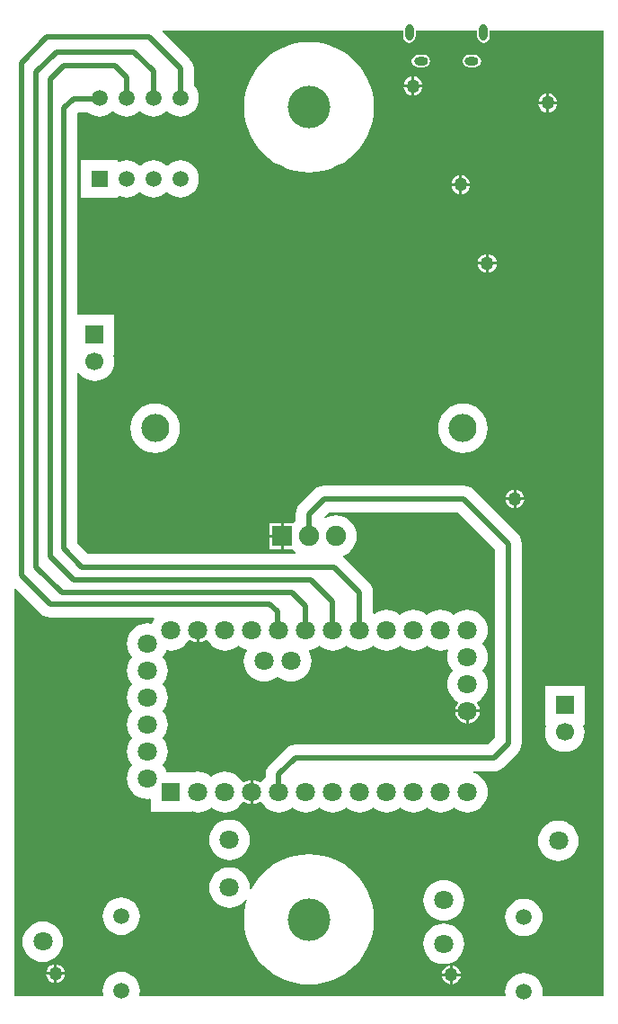
<source format=gbl>
G04*
G04 #@! TF.GenerationSoftware,Altium Limited,Altium Designer,20.0.10 (225)*
G04*
G04 Layer_Physical_Order=2*
G04 Layer_Color=16711680*
%FSLAX25Y25*%
%MOIN*%
G70*
G01*
G75*
%ADD23C,0.05906*%
%ADD54C,0.01968*%
%ADD56C,0.07087*%
%ADD57C,0.15748*%
%ADD58R,0.07500X0.07500*%
%ADD59C,0.07500*%
%ADD60C,0.10400*%
%ADD61R,0.06693X0.06693*%
%ADD62C,0.06693*%
%ADD63R,0.07087X0.07087*%
%ADD64O,0.03051X0.06102*%
%ADD65O,0.05118X0.03150*%
%ADD66R,0.05906X0.05906*%
%ADD67C,0.05000*%
G36*
X323383Y104964D02*
X301009D01*
X300700Y105464D01*
X300821Y106693D01*
X300688Y108044D01*
X300294Y109342D01*
X299654Y110539D01*
X298793Y111588D01*
X297744Y112449D01*
X296547Y113089D01*
X295248Y113483D01*
X293898Y113616D01*
X292547Y113483D01*
X291248Y113089D01*
X290051Y112449D01*
X289002Y111588D01*
X288141Y110539D01*
X287502Y109342D01*
X287108Y108044D01*
X286975Y106693D01*
X287096Y105464D01*
X286786Y104964D01*
X151464D01*
X151166Y105365D01*
X151278Y105736D01*
X151411Y107087D01*
X151278Y108437D01*
X150884Y109736D01*
X150244Y110933D01*
X149383Y111982D01*
X148334Y112843D01*
X147137Y113483D01*
X145839Y113877D01*
X144488Y114010D01*
X143138Y113877D01*
X141839Y113483D01*
X140642Y112843D01*
X139593Y111982D01*
X138732Y110933D01*
X138092Y109736D01*
X137698Y108437D01*
X137565Y107087D01*
X137698Y105736D01*
X137811Y105365D01*
X137513Y104964D01*
X104964D01*
Y255867D01*
X105426Y256059D01*
X114600Y246884D01*
X115628Y246095D01*
X116825Y245599D01*
X118110Y245430D01*
X156605D01*
X156819Y244978D01*
X156742Y244885D01*
X156048Y243585D01*
X155873Y243010D01*
X155640Y243081D01*
X154173Y243225D01*
X152707Y243081D01*
X151297Y242653D01*
X149997Y241958D01*
X148858Y241024D01*
X147924Y239885D01*
X147229Y238585D01*
X146801Y237175D01*
X146657Y235709D01*
X146801Y234242D01*
X147229Y232832D01*
X147924Y231533D01*
X148600Y230709D01*
X147924Y229885D01*
X147229Y228585D01*
X146801Y227175D01*
X146657Y225709D01*
X146801Y224242D01*
X147229Y222832D01*
X147924Y221533D01*
X148600Y220709D01*
X147924Y219885D01*
X147229Y218585D01*
X146801Y217175D01*
X146657Y215709D01*
X146801Y214242D01*
X147229Y212832D01*
X147924Y211533D01*
X148600Y210709D01*
X147924Y209885D01*
X147229Y208585D01*
X146801Y207175D01*
X146657Y205709D01*
X146801Y204242D01*
X147229Y202832D01*
X147924Y201533D01*
X148600Y200709D01*
X147924Y199885D01*
X147229Y198585D01*
X146801Y197175D01*
X146657Y195709D01*
X146801Y194242D01*
X147229Y192832D01*
X147924Y191533D01*
X148600Y190709D01*
X147924Y189885D01*
X147229Y188585D01*
X146801Y187175D01*
X146657Y185709D01*
X146801Y184242D01*
X147229Y182832D01*
X147924Y181533D01*
X148858Y180394D01*
X149997Y179459D01*
X151297Y178764D01*
X152707Y178337D01*
X154173Y178192D01*
X155141Y178287D01*
X155512Y177952D01*
Y173228D01*
X170472D01*
Y173236D01*
X170874Y173534D01*
X171526Y173337D01*
X172992Y173192D01*
X174459Y173337D01*
X175869Y173764D01*
X177168Y174459D01*
X177992Y175135D01*
X178816Y174459D01*
X180116Y173764D01*
X181526Y173337D01*
X182992Y173192D01*
X184458Y173337D01*
X185869Y173764D01*
X187168Y174459D01*
X188307Y175394D01*
X189242Y176533D01*
X189506Y177027D01*
X190147Y177165D01*
X190701Y176740D01*
X191806Y176282D01*
X192492Y176192D01*
Y180709D01*
Y185225D01*
X191806Y185135D01*
X190701Y184677D01*
X190147Y184252D01*
X189506Y184391D01*
X189242Y184885D01*
X188307Y186024D01*
X187168Y186958D01*
X185869Y187653D01*
X184458Y188081D01*
X182992Y188225D01*
X181526Y188081D01*
X180116Y187653D01*
X178816Y186958D01*
X177992Y186282D01*
X177168Y186958D01*
X175869Y187653D01*
X174459Y188081D01*
X172992Y188225D01*
X171526Y188081D01*
X170874Y187883D01*
X170472Y188181D01*
Y188189D01*
X161238D01*
X161118Y188585D01*
X160423Y189885D01*
X159747Y190709D01*
X160423Y191533D01*
X161118Y192832D01*
X161545Y194242D01*
X161690Y195709D01*
X161545Y197175D01*
X161118Y198585D01*
X160423Y199885D01*
X159747Y200709D01*
X160423Y201533D01*
X161118Y202832D01*
X161545Y204242D01*
X161690Y205709D01*
X161545Y207175D01*
X161118Y208585D01*
X160423Y209885D01*
X159747Y210709D01*
X160423Y211533D01*
X161118Y212832D01*
X161545Y214242D01*
X161690Y215709D01*
X161545Y217175D01*
X161118Y218585D01*
X160423Y219885D01*
X159747Y220709D01*
X160423Y221533D01*
X161118Y222832D01*
X161545Y224242D01*
X161690Y225709D01*
X161545Y227175D01*
X161118Y228585D01*
X160423Y229885D01*
X159747Y230709D01*
X160423Y231533D01*
X161118Y232832D01*
X161292Y233407D01*
X161526Y233337D01*
X162992Y233192D01*
X164459Y233337D01*
X165869Y233764D01*
X167168Y234459D01*
X168307Y235394D01*
X169242Y236533D01*
X169506Y237027D01*
X170147Y237165D01*
X170701Y236740D01*
X171806Y236282D01*
X172492Y236192D01*
Y240709D01*
X173492D01*
Y236192D01*
X174178Y236282D01*
X175283Y236740D01*
X175837Y237165D01*
X176478Y237027D01*
X176742Y236533D01*
X177677Y235394D01*
X178816Y234459D01*
X180116Y233764D01*
X181526Y233337D01*
X182992Y233192D01*
X184458Y233337D01*
X185869Y233764D01*
X187168Y234459D01*
X187992Y235135D01*
X188816Y234459D01*
X190116Y233764D01*
X190772Y233565D01*
X191019Y232968D01*
X190548Y232085D01*
X190120Y230675D01*
X189976Y229209D01*
X190120Y227742D01*
X190548Y226332D01*
X191242Y225033D01*
X192177Y223894D01*
X193316Y222959D01*
X194616Y222264D01*
X196026Y221837D01*
X197492Y221692D01*
X198959Y221837D01*
X200369Y222264D01*
X201668Y222959D01*
X202492Y223635D01*
X203316Y222959D01*
X204616Y222264D01*
X206026Y221837D01*
X207492Y221692D01*
X208959Y221837D01*
X210369Y222264D01*
X211668Y222959D01*
X212807Y223894D01*
X213742Y225033D01*
X214437Y226332D01*
X214864Y227742D01*
X215009Y229209D01*
X214864Y230675D01*
X214437Y232085D01*
X214014Y232875D01*
X214250Y233316D01*
X214458Y233337D01*
X215869Y233764D01*
X217168Y234459D01*
X217992Y235135D01*
X218816Y234459D01*
X220116Y233764D01*
X221526Y233337D01*
X222992Y233192D01*
X224459Y233337D01*
X225869Y233764D01*
X227168Y234459D01*
X227992Y235135D01*
X228816Y234459D01*
X230116Y233764D01*
X231526Y233337D01*
X232992Y233192D01*
X234458Y233337D01*
X235869Y233764D01*
X237168Y234459D01*
X237992Y235135D01*
X238816Y234459D01*
X240116Y233764D01*
X241526Y233337D01*
X242992Y233192D01*
X244459Y233337D01*
X245869Y233764D01*
X247168Y234459D01*
X247992Y235135D01*
X248816Y234459D01*
X250116Y233764D01*
X251526Y233337D01*
X252992Y233192D01*
X254458Y233337D01*
X255869Y233764D01*
X257168Y234459D01*
X257992Y235135D01*
X258816Y234459D01*
X260116Y233764D01*
X261526Y233337D01*
X262992Y233192D01*
X264458Y233337D01*
X265550Y233668D01*
X265951Y233267D01*
X265620Y232175D01*
X265476Y230709D01*
X265620Y229242D01*
X266048Y227832D01*
X266742Y226533D01*
X267419Y225709D01*
X266742Y224885D01*
X266048Y223585D01*
X265620Y222175D01*
X265476Y220709D01*
X265620Y219242D01*
X266048Y217832D01*
X266742Y216533D01*
X267677Y215394D01*
X268816Y214459D01*
X269310Y214195D01*
X269449Y213554D01*
X269024Y213000D01*
X268566Y211895D01*
X268476Y211209D01*
X272992D01*
X277509D01*
X277418Y211895D01*
X276961Y213000D01*
X276536Y213554D01*
X276674Y214195D01*
X277168Y214459D01*
X278307Y215394D01*
X279242Y216533D01*
X279937Y217832D01*
X280364Y219242D01*
X280509Y220709D01*
X280364Y222175D01*
X279937Y223585D01*
X279242Y224885D01*
X278566Y225709D01*
X279242Y226533D01*
X279937Y227832D01*
X280364Y229242D01*
X280509Y230709D01*
X280364Y232175D01*
X279937Y233585D01*
X279242Y234885D01*
X278566Y235709D01*
X279242Y236533D01*
X279937Y237832D01*
X280364Y239242D01*
X280509Y240709D01*
X280364Y242175D01*
X279937Y243585D01*
X279242Y244885D01*
X278307Y246024D01*
X277168Y246958D01*
X275869Y247653D01*
X274459Y248081D01*
X272992Y248225D01*
X271526Y248081D01*
X270116Y247653D01*
X268816Y246958D01*
X267992Y246282D01*
X267168Y246958D01*
X265869Y247653D01*
X264458Y248081D01*
X262992Y248225D01*
X261526Y248081D01*
X260116Y247653D01*
X258816Y246958D01*
X257992Y246282D01*
X257168Y246958D01*
X255869Y247653D01*
X254458Y248081D01*
X252992Y248225D01*
X251526Y248081D01*
X250116Y247653D01*
X248816Y246958D01*
X247992Y246282D01*
X247168Y246958D01*
X245869Y247653D01*
X244459Y248081D01*
X242992Y248225D01*
X241526Y248081D01*
X240116Y247653D01*
X238816Y246958D01*
X238456Y246663D01*
X237956Y246899D01*
Y254803D01*
X237787Y256088D01*
X237291Y257285D01*
X236502Y258313D01*
X227132Y267683D01*
X226845Y267903D01*
X226934Y268395D01*
X227129Y268454D01*
X228465Y269168D01*
X229635Y270129D01*
X230596Y271299D01*
X231310Y272635D01*
X231749Y274084D01*
X231897Y275590D01*
X231749Y277098D01*
X231310Y278547D01*
X230596Y279882D01*
X229635Y281052D01*
X228465Y282013D01*
X227129Y282727D01*
X225680Y283166D01*
X224173Y283315D01*
X222666Y283166D01*
X221217Y282727D01*
X220253Y282211D01*
X219952Y282617D01*
X221741Y284406D01*
X269598D01*
X283225Y270779D01*
Y200875D01*
X280621Y198271D01*
X209055D01*
X207770Y198102D01*
X206573Y197606D01*
X205545Y196817D01*
X199482Y190754D01*
X198693Y189726D01*
X198197Y188529D01*
X198028Y187244D01*
Y186312D01*
X197677Y186024D01*
X196742Y184885D01*
X196478Y184391D01*
X195837Y184252D01*
X195283Y184677D01*
X194178Y185135D01*
X193492Y185225D01*
Y180709D01*
Y176192D01*
X194178Y176282D01*
X195283Y176740D01*
X195837Y177165D01*
X196478Y177027D01*
X196742Y176533D01*
X197677Y175394D01*
X198816Y174459D01*
X200116Y173764D01*
X201526Y173337D01*
X202992Y173192D01*
X204458Y173337D01*
X205869Y173764D01*
X207168Y174459D01*
X207992Y175135D01*
X208816Y174459D01*
X210116Y173764D01*
X211526Y173337D01*
X212992Y173192D01*
X214458Y173337D01*
X215869Y173764D01*
X217168Y174459D01*
X217992Y175135D01*
X218816Y174459D01*
X220116Y173764D01*
X221526Y173337D01*
X222992Y173192D01*
X224459Y173337D01*
X225869Y173764D01*
X227168Y174459D01*
X227992Y175135D01*
X228816Y174459D01*
X230116Y173764D01*
X231526Y173337D01*
X232992Y173192D01*
X234458Y173337D01*
X235869Y173764D01*
X237168Y174459D01*
X237992Y175135D01*
X238816Y174459D01*
X240116Y173764D01*
X241526Y173337D01*
X242992Y173192D01*
X244459Y173337D01*
X245869Y173764D01*
X247168Y174459D01*
X247992Y175135D01*
X248816Y174459D01*
X250116Y173764D01*
X251526Y173337D01*
X252992Y173192D01*
X254458Y173337D01*
X255869Y173764D01*
X257168Y174459D01*
X257992Y175135D01*
X258816Y174459D01*
X260116Y173764D01*
X261526Y173337D01*
X262992Y173192D01*
X264458Y173337D01*
X265869Y173764D01*
X267168Y174459D01*
X267992Y175135D01*
X268816Y174459D01*
X270116Y173764D01*
X271526Y173337D01*
X272992Y173192D01*
X274459Y173337D01*
X275869Y173764D01*
X277168Y174459D01*
X278307Y175394D01*
X279242Y176533D01*
X279937Y177832D01*
X280364Y179242D01*
X280509Y180709D01*
X280364Y182175D01*
X279937Y183585D01*
X279242Y184885D01*
X278307Y186024D01*
X277168Y186958D01*
X275869Y187653D01*
X275241Y187843D01*
X275315Y188343D01*
X282677D01*
X283962Y188513D01*
X285159Y189008D01*
X286187Y189797D01*
X291699Y195309D01*
X292488Y196337D01*
X292984Y197534D01*
X293153Y198819D01*
Y272835D01*
X292984Y274119D01*
X292488Y275317D01*
X291699Y276344D01*
X275163Y292880D01*
X274135Y293669D01*
X272938Y294165D01*
X271654Y294334D01*
X219685D01*
X218400Y294165D01*
X217203Y293669D01*
X216175Y292880D01*
X210663Y287368D01*
X209875Y286340D01*
X209379Y285143D01*
X209209Y283858D01*
Y281461D01*
X208711Y281052D01*
X208127Y280341D01*
X204673D01*
Y275590D01*
Y270841D01*
X208127D01*
X208711Y270129D01*
X209311Y269637D01*
X209132Y269137D01*
X131977D01*
X128192Y272922D01*
Y335988D01*
X128692Y336167D01*
X129471Y335219D01*
X130580Y334308D01*
X131845Y333632D01*
X133218Y333216D01*
X134646Y333075D01*
X136074Y333216D01*
X137446Y333632D01*
X138712Y334308D01*
X139821Y335219D01*
X140731Y336328D01*
X141407Y337593D01*
X141824Y338966D01*
X141964Y340394D01*
X141824Y341822D01*
X141555Y342709D01*
X141852Y343110D01*
X141929D01*
Y357677D01*
X128192D01*
Y432196D01*
X128828Y432832D01*
X131854D01*
X132532Y432275D01*
X133729Y431635D01*
X135027Y431241D01*
X136378Y431108D01*
X137729Y431241D01*
X139027Y431635D01*
X140224Y432275D01*
X141012Y432922D01*
X141378Y433088D01*
X141744Y432922D01*
X142532Y432275D01*
X143729Y431635D01*
X145027Y431241D01*
X146378Y431108D01*
X147729Y431241D01*
X149027Y431635D01*
X150224Y432275D01*
X151012Y432922D01*
X151378Y433088D01*
X151744Y432922D01*
X152532Y432275D01*
X153729Y431635D01*
X155027Y431241D01*
X156378Y431108D01*
X157729Y431241D01*
X159027Y431635D01*
X160224Y432275D01*
X161012Y432922D01*
X161378Y433088D01*
X161744Y432922D01*
X162532Y432275D01*
X163729Y431635D01*
X165027Y431241D01*
X166378Y431108D01*
X167729Y431241D01*
X169027Y431635D01*
X170224Y432275D01*
X171273Y433136D01*
X172134Y434185D01*
X172774Y435382D01*
X173168Y436681D01*
X173301Y438031D01*
X173168Y439382D01*
X172774Y440681D01*
X172134Y441878D01*
X171342Y442843D01*
Y448976D01*
X171173Y450261D01*
X170677Y451458D01*
X169888Y452486D01*
X159689Y462685D01*
X159881Y463146D01*
X249007D01*
Y460876D01*
X249187Y459969D01*
X249701Y459199D01*
X250471Y458685D01*
X251378Y458505D01*
X252285Y458685D01*
X253055Y459199D01*
X253569Y459969D01*
X253749Y460876D01*
Y463146D01*
X276566D01*
Y460876D01*
X276746Y459969D01*
X277260Y459199D01*
X278030Y458685D01*
X278937Y458505D01*
X279844Y458685D01*
X280614Y459199D01*
X281128Y459969D01*
X281308Y460876D01*
Y463146D01*
X323383D01*
X323383Y104964D01*
D02*
G37*
%LPC*%
G36*
X275591Y454193D02*
X273622D01*
X272695Y454009D01*
X271910Y453484D01*
X271385Y452698D01*
X271201Y451772D01*
X271385Y450845D01*
X271910Y450060D01*
X272695Y449535D01*
X273622Y449350D01*
X275591D01*
X276517Y449535D01*
X277303Y450060D01*
X277828Y450845D01*
X278012Y451772D01*
X277828Y452698D01*
X277303Y453484D01*
X276517Y454009D01*
X275591Y454193D01*
D02*
G37*
G36*
X256693D02*
X254724D01*
X253798Y454009D01*
X253012Y453484D01*
X252487Y452698D01*
X252303Y451772D01*
X252487Y450845D01*
X253012Y450060D01*
X253798Y449535D01*
X254724Y449350D01*
X256693D01*
X257620Y449535D01*
X258405Y450060D01*
X258930Y450845D01*
X259114Y451772D01*
X258930Y452698D01*
X258405Y453484D01*
X257620Y454009D01*
X256693Y454193D01*
D02*
G37*
G36*
X253256Y445984D02*
Y443020D01*
X256220D01*
X256166Y443433D01*
X255813Y444285D01*
X255252Y445016D01*
X254521Y445577D01*
X253670Y445930D01*
X253256Y445984D01*
D02*
G37*
G36*
X252256D02*
X251842Y445930D01*
X250991Y445577D01*
X250260Y445016D01*
X249699Y444285D01*
X249346Y443433D01*
X249291Y443020D01*
X252256D01*
Y445984D01*
D02*
G37*
G36*
X256220Y442020D02*
X253256D01*
Y439055D01*
X253670Y439110D01*
X254521Y439462D01*
X255252Y440024D01*
X255813Y440755D01*
X256166Y441606D01*
X256220Y442020D01*
D02*
G37*
G36*
X252256D02*
X249291D01*
X249346Y441606D01*
X249699Y440755D01*
X250260Y440024D01*
X250991Y439462D01*
X251842Y439110D01*
X252256Y439055D01*
Y442020D01*
D02*
G37*
G36*
X303256Y439685D02*
Y436721D01*
X306220D01*
X306166Y437134D01*
X305813Y437986D01*
X305252Y438717D01*
X304521Y439278D01*
X303670Y439630D01*
X303256Y439685D01*
D02*
G37*
G36*
X302256D02*
X301842Y439630D01*
X300991Y439278D01*
X300260Y438717D01*
X299699Y437986D01*
X299346Y437134D01*
X299291Y436721D01*
X302256D01*
Y439685D01*
D02*
G37*
G36*
X306220Y435720D02*
X303256D01*
Y432756D01*
X303670Y432811D01*
X304521Y433163D01*
X305252Y433724D01*
X305813Y434455D01*
X306166Y435307D01*
X306220Y435720D01*
D02*
G37*
G36*
X302256D02*
X299291D01*
X299346Y435307D01*
X299699Y434455D01*
X300260Y433724D01*
X300991Y433163D01*
X301842Y432811D01*
X302256Y432756D01*
Y435720D01*
D02*
G37*
G36*
X166378Y414955D02*
X165027Y414822D01*
X163729Y414428D01*
X162532Y413788D01*
X161744Y413141D01*
X161378Y412975D01*
X161012Y413141D01*
X160224Y413788D01*
X159027Y414428D01*
X157729Y414822D01*
X156378Y414955D01*
X155027Y414822D01*
X153729Y414428D01*
X152532Y413788D01*
X151744Y413141D01*
X151378Y412975D01*
X151012Y413141D01*
X150224Y413788D01*
X149027Y414428D01*
X147729Y414822D01*
X146378Y414955D01*
X145027Y414822D01*
X143768Y414439D01*
X143639Y414445D01*
X143268Y414668D01*
Y414921D01*
X129488D01*
Y401142D01*
X143268D01*
Y401396D01*
X143639Y401618D01*
X143768Y401623D01*
X145027Y401241D01*
X146378Y401108D01*
X147729Y401241D01*
X149027Y401635D01*
X150224Y402275D01*
X151012Y402922D01*
X151378Y403088D01*
X151744Y402922D01*
X152532Y402275D01*
X153729Y401635D01*
X155027Y401241D01*
X156378Y401108D01*
X157729Y401241D01*
X159027Y401635D01*
X160224Y402275D01*
X161012Y402922D01*
X161378Y403088D01*
X161744Y402922D01*
X162532Y402275D01*
X163729Y401635D01*
X165027Y401241D01*
X166378Y401108D01*
X167729Y401241D01*
X169027Y401635D01*
X170224Y402275D01*
X171273Y403136D01*
X172134Y404185D01*
X172774Y405382D01*
X173168Y406681D01*
X173301Y408032D01*
X173168Y409382D01*
X172774Y410681D01*
X172134Y411878D01*
X171273Y412927D01*
X170224Y413788D01*
X169027Y414428D01*
X167729Y414822D01*
X166378Y414955D01*
D02*
G37*
G36*
X214173Y458806D02*
X211468Y458654D01*
X208797Y458200D01*
X206194Y457450D01*
X203691Y456413D01*
X201319Y455103D01*
X199110Y453535D01*
X197090Y451729D01*
X195284Y449709D01*
X193716Y447500D01*
X192406Y445128D01*
X191369Y442625D01*
X190619Y440022D01*
X190165Y437351D01*
X190013Y434646D01*
X190165Y431941D01*
X190619Y429270D01*
X191369Y426666D01*
X192406Y424163D01*
X193716Y421792D01*
X195284Y419582D01*
X197090Y417562D01*
X199110Y415757D01*
X201319Y414189D01*
X203691Y412878D01*
X206194Y411841D01*
X208797Y411091D01*
X211468Y410638D01*
X214173Y410486D01*
X216878Y410638D01*
X219549Y411091D01*
X222153Y411841D01*
X224656Y412878D01*
X227027Y414189D01*
X229237Y415757D01*
X231257Y417562D01*
X233062Y419582D01*
X234630Y421792D01*
X235941Y424163D01*
X236978Y426666D01*
X237727Y429270D01*
X238181Y431941D01*
X238333Y434646D01*
X238181Y437351D01*
X237727Y440022D01*
X236978Y442625D01*
X235941Y445128D01*
X234630Y447500D01*
X233062Y449709D01*
X231257Y451729D01*
X229237Y453535D01*
X227027Y455103D01*
X224656Y456413D01*
X222153Y457450D01*
X219549Y458200D01*
X216878Y458654D01*
X214173Y458806D01*
D02*
G37*
G36*
X270972Y409370D02*
Y406405D01*
X273937D01*
X273882Y406819D01*
X273530Y407671D01*
X272969Y408402D01*
X272237Y408963D01*
X271386Y409315D01*
X270972Y409370D01*
D02*
G37*
G36*
X269972D02*
X269559Y409315D01*
X268707Y408963D01*
X267976Y408402D01*
X267415Y407671D01*
X267062Y406819D01*
X267008Y406405D01*
X269972D01*
Y409370D01*
D02*
G37*
G36*
X273937Y405406D02*
X270972D01*
Y402441D01*
X271386Y402496D01*
X272237Y402848D01*
X272969Y403409D01*
X273530Y404140D01*
X273882Y404992D01*
X273937Y405406D01*
D02*
G37*
G36*
X269972D02*
X267008D01*
X267062Y404992D01*
X267415Y404140D01*
X267976Y403409D01*
X268707Y402848D01*
X269559Y402496D01*
X269972Y402441D01*
Y405406D01*
D02*
G37*
G36*
X280815Y380236D02*
Y377272D01*
X283779D01*
X283725Y377685D01*
X283372Y378537D01*
X282811Y379268D01*
X282080Y379829D01*
X281229Y380182D01*
X280815Y380236D01*
D02*
G37*
G36*
X279815D02*
X279401Y380182D01*
X278550Y379829D01*
X277819Y379268D01*
X277258Y378537D01*
X276905Y377685D01*
X276851Y377272D01*
X279815D01*
Y380236D01*
D02*
G37*
G36*
X283779Y376272D02*
X280815D01*
Y373307D01*
X281229Y373362D01*
X282080Y373714D01*
X282811Y374275D01*
X283372Y375007D01*
X283725Y375858D01*
X283779Y376272D01*
D02*
G37*
G36*
X279815D02*
X276851D01*
X276905Y375858D01*
X277258Y375007D01*
X277819Y374275D01*
X278550Y373714D01*
X279401Y373362D01*
X279815Y373307D01*
Y376272D01*
D02*
G37*
G36*
X271263Y324772D02*
X269472Y324595D01*
X267750Y324073D01*
X266162Y323224D01*
X264771Y322083D01*
X263629Y320691D01*
X262781Y319104D01*
X262258Y317382D01*
X262082Y315591D01*
X262258Y313799D01*
X262781Y312077D01*
X263629Y310490D01*
X264771Y309099D01*
X266162Y307957D01*
X267750Y307108D01*
X269472Y306586D01*
X271263Y306409D01*
X273054Y306586D01*
X274777Y307108D01*
X276364Y307957D01*
X277755Y309099D01*
X278897Y310490D01*
X279746Y312077D01*
X280268Y313799D01*
X280444Y315591D01*
X280268Y317382D01*
X279746Y319104D01*
X278897Y320691D01*
X277755Y322083D01*
X276364Y323224D01*
X274777Y324073D01*
X273054Y324595D01*
X271263Y324772D01*
D02*
G37*
G36*
X157083D02*
X155292Y324595D01*
X153570Y324073D01*
X151982Y323224D01*
X150591Y322083D01*
X149449Y320691D01*
X148601Y319104D01*
X148078Y317382D01*
X147902Y315591D01*
X148078Y313799D01*
X148601Y312077D01*
X149449Y310490D01*
X150591Y309099D01*
X151982Y307957D01*
X153570Y307108D01*
X155292Y306586D01*
X157083Y306409D01*
X158874Y306586D01*
X160597Y307108D01*
X162184Y307957D01*
X163575Y309099D01*
X164717Y310490D01*
X165566Y312077D01*
X166088Y313799D01*
X166264Y315591D01*
X166088Y317382D01*
X165566Y319104D01*
X164717Y320691D01*
X163575Y322083D01*
X162184Y323224D01*
X160597Y324073D01*
X158874Y324595D01*
X157083Y324772D01*
D02*
G37*
G36*
X291051Y292834D02*
Y289870D01*
X294016D01*
X293961Y290284D01*
X293608Y291135D01*
X293047Y291866D01*
X292316Y292427D01*
X291465Y292780D01*
X291051Y292834D01*
D02*
G37*
G36*
X290051D02*
X289637Y292780D01*
X288786Y292427D01*
X288055Y291866D01*
X287494Y291135D01*
X287141Y290284D01*
X287087Y289870D01*
X290051D01*
Y292834D01*
D02*
G37*
G36*
X294016Y288870D02*
X291051D01*
Y285906D01*
X291465Y285960D01*
X292316Y286313D01*
X293047Y286874D01*
X293608Y287605D01*
X293961Y288456D01*
X294016Y288870D01*
D02*
G37*
G36*
X290051D02*
X287087D01*
X287141Y288456D01*
X287494Y287605D01*
X288055Y286874D01*
X288786Y286313D01*
X289637Y285960D01*
X290051Y285906D01*
Y288870D01*
D02*
G37*
G36*
X203673Y280341D02*
X199423D01*
Y276091D01*
X203673D01*
Y280341D01*
D02*
G37*
G36*
Y275091D02*
X199423D01*
Y270841D01*
X203673D01*
Y275091D01*
D02*
G37*
G36*
X272492Y210209D02*
X268476D01*
X268566Y209523D01*
X269024Y208417D01*
X269752Y207468D01*
X270701Y206740D01*
X271806Y206282D01*
X272492Y206192D01*
Y210209D01*
D02*
G37*
G36*
X277509D02*
X273492D01*
Y206192D01*
X274178Y206282D01*
X275283Y206740D01*
X276233Y207468D01*
X276961Y208417D01*
X277418Y209523D01*
X277509Y210209D01*
D02*
G37*
G36*
X316339Y220158D02*
X301772D01*
Y205591D01*
X301848D01*
X302146Y205189D01*
X301877Y204302D01*
X301736Y202874D01*
X301877Y201446D01*
X302293Y200073D01*
X302970Y198808D01*
X303880Y197699D01*
X304989Y196789D01*
X306254Y196112D01*
X307627Y195696D01*
X309055Y195555D01*
X310483Y195696D01*
X311856Y196112D01*
X313121Y196789D01*
X314230Y197699D01*
X315140Y198808D01*
X315817Y200073D01*
X316233Y201446D01*
X316374Y202874D01*
X316233Y204302D01*
X315964Y205189D01*
X316262Y205591D01*
X316339D01*
Y220158D01*
D02*
G37*
G36*
X184646Y170509D02*
X183179Y170364D01*
X181769Y169937D01*
X180470Y169242D01*
X179331Y168307D01*
X178396Y167168D01*
X177701Y165869D01*
X177274Y164459D01*
X177129Y162992D01*
X177274Y161526D01*
X177701Y160116D01*
X178396Y158816D01*
X179331Y157677D01*
X180470Y156742D01*
X181769Y156048D01*
X183179Y155620D01*
X184646Y155476D01*
X186112Y155620D01*
X187522Y156048D01*
X188822Y156742D01*
X189961Y157677D01*
X190895Y158816D01*
X191590Y160116D01*
X192018Y161526D01*
X192162Y162992D01*
X192018Y164459D01*
X191590Y165869D01*
X190895Y167168D01*
X189961Y168307D01*
X188822Y169242D01*
X187522Y169937D01*
X186112Y170364D01*
X184646Y170509D01*
D02*
G37*
G36*
X306693Y170115D02*
X305226Y169971D01*
X303817Y169543D01*
X302517Y168848D01*
X301378Y167913D01*
X300443Y166774D01*
X299749Y165475D01*
X299321Y164065D01*
X299176Y162598D01*
X299321Y161132D01*
X299749Y159722D01*
X300443Y158423D01*
X301378Y157283D01*
X302517Y156349D01*
X303817Y155654D01*
X305226Y155226D01*
X306693Y155082D01*
X308159Y155226D01*
X309569Y155654D01*
X310869Y156349D01*
X312008Y157283D01*
X312943Y158423D01*
X313637Y159722D01*
X314065Y161132D01*
X314209Y162598D01*
X314065Y164065D01*
X313637Y165475D01*
X312943Y166774D01*
X312008Y167913D01*
X310869Y168848D01*
X309569Y169543D01*
X308159Y169971D01*
X306693Y170115D01*
D02*
G37*
G36*
X214173Y157625D02*
X211468Y157473D01*
X208797Y157019D01*
X206194Y156269D01*
X203691Y155232D01*
X201319Y153921D01*
X199110Y152354D01*
X197090Y150548D01*
X195284Y148528D01*
X193716Y146318D01*
X192561Y144229D01*
X192074Y144381D01*
X192162Y145276D01*
X192018Y146742D01*
X191590Y148152D01*
X190895Y149451D01*
X189961Y150591D01*
X188822Y151525D01*
X187522Y152220D01*
X186112Y152648D01*
X184646Y152792D01*
X183179Y152648D01*
X181769Y152220D01*
X180470Y151525D01*
X179331Y150591D01*
X178396Y149451D01*
X177701Y148152D01*
X177274Y146742D01*
X177129Y145276D01*
X177274Y143809D01*
X177701Y142399D01*
X178396Y141100D01*
X179331Y139961D01*
X180470Y139026D01*
X181769Y138331D01*
X183179Y137903D01*
X184646Y137759D01*
X186112Y137903D01*
X187522Y138331D01*
X188822Y139026D01*
X189961Y139961D01*
X190670Y140825D01*
X191122Y140588D01*
X190619Y138841D01*
X190165Y136170D01*
X190013Y133465D01*
X190165Y130760D01*
X190619Y128088D01*
X191369Y125485D01*
X192406Y122982D01*
X193716Y120611D01*
X195284Y118401D01*
X197090Y116381D01*
X199110Y114576D01*
X201319Y113008D01*
X203691Y111697D01*
X206194Y110660D01*
X208797Y109910D01*
X211468Y109456D01*
X214173Y109304D01*
X216878Y109456D01*
X219549Y109910D01*
X222153Y110660D01*
X224656Y111697D01*
X227027Y113008D01*
X229237Y114576D01*
X231257Y116381D01*
X233062Y118401D01*
X234630Y120611D01*
X235941Y122982D01*
X236978Y125485D01*
X237727Y128088D01*
X238181Y130760D01*
X238333Y133465D01*
X238181Y136170D01*
X237727Y138841D01*
X236978Y141444D01*
X235941Y143947D01*
X234630Y146318D01*
X233062Y148528D01*
X231257Y150548D01*
X229237Y152354D01*
X227027Y153921D01*
X224656Y155232D01*
X222153Y156269D01*
X219549Y157019D01*
X216878Y157473D01*
X214173Y157625D01*
D02*
G37*
G36*
X264173Y148068D02*
X262707Y147923D01*
X261297Y147495D01*
X259997Y146801D01*
X258858Y145866D01*
X257924Y144727D01*
X257229Y143428D01*
X256801Y142018D01*
X256657Y140551D01*
X256801Y139085D01*
X257229Y137675D01*
X257924Y136375D01*
X258858Y135236D01*
X259997Y134301D01*
X261297Y133607D01*
X262707Y133179D01*
X264173Y133035D01*
X265640Y133179D01*
X267050Y133607D01*
X268349Y134301D01*
X269488Y135236D01*
X270423Y136375D01*
X271118Y137675D01*
X271545Y139085D01*
X271690Y140551D01*
X271545Y142018D01*
X271118Y143428D01*
X270423Y144727D01*
X269488Y145866D01*
X268349Y146801D01*
X267050Y147495D01*
X265640Y147923D01*
X264173Y148068D01*
D02*
G37*
G36*
X144488Y141569D02*
X143138Y141436D01*
X141839Y141042D01*
X140642Y140402D01*
X139593Y139541D01*
X138732Y138492D01*
X138092Y137295D01*
X137698Y135996D01*
X137565Y134646D01*
X137698Y133295D01*
X138092Y131996D01*
X138732Y130799D01*
X139593Y129750D01*
X140642Y128889D01*
X141839Y128250D01*
X143138Y127856D01*
X144488Y127723D01*
X145839Y127856D01*
X147137Y128250D01*
X148334Y128889D01*
X149383Y129750D01*
X150244Y130799D01*
X150884Y131996D01*
X151278Y133295D01*
X151411Y134646D01*
X151278Y135996D01*
X150884Y137295D01*
X150244Y138492D01*
X149383Y139541D01*
X148334Y140402D01*
X147137Y141042D01*
X145839Y141436D01*
X144488Y141569D01*
D02*
G37*
G36*
X293898Y141175D02*
X292547Y141042D01*
X291248Y140648D01*
X290051Y140008D01*
X289002Y139147D01*
X288141Y138098D01*
X287502Y136901D01*
X287108Y135603D01*
X286975Y134252D01*
X287108Y132901D01*
X287502Y131603D01*
X288141Y130406D01*
X289002Y129357D01*
X290051Y128496D01*
X291248Y127856D01*
X292547Y127462D01*
X293898Y127329D01*
X295248Y127462D01*
X296547Y127856D01*
X297744Y128496D01*
X298793Y129357D01*
X299654Y130406D01*
X300294Y131603D01*
X300688Y132901D01*
X300821Y134252D01*
X300688Y135603D01*
X300294Y136901D01*
X299654Y138098D01*
X298793Y139147D01*
X297744Y140008D01*
X296547Y140648D01*
X295248Y141042D01*
X293898Y141175D01*
D02*
G37*
G36*
X115354Y132713D02*
X113888Y132569D01*
X112478Y132141D01*
X111178Y131447D01*
X110039Y130512D01*
X109105Y129373D01*
X108410Y128073D01*
X107982Y126663D01*
X107838Y125197D01*
X107982Y123731D01*
X108410Y122320D01*
X109105Y121021D01*
X110039Y119882D01*
X111178Y118947D01*
X112478Y118253D01*
X113888Y117825D01*
X115354Y117680D01*
X116821Y117825D01*
X118231Y118253D01*
X119530Y118947D01*
X120669Y119882D01*
X121604Y121021D01*
X122299Y122320D01*
X122726Y123731D01*
X122871Y125197D01*
X122726Y126663D01*
X122299Y128073D01*
X121604Y129373D01*
X120669Y130512D01*
X119530Y131447D01*
X118231Y132141D01*
X116821Y132569D01*
X115354Y132713D01*
D02*
G37*
G36*
X264173Y131926D02*
X262707Y131781D01*
X261297Y131354D01*
X259997Y130659D01*
X258858Y129724D01*
X257924Y128585D01*
X257229Y127286D01*
X256801Y125876D01*
X256657Y124409D01*
X256801Y122943D01*
X257229Y121533D01*
X257924Y120234D01*
X258858Y119095D01*
X259997Y118160D01*
X261297Y117465D01*
X262707Y117037D01*
X264173Y116893D01*
X265640Y117037D01*
X267050Y117465D01*
X268349Y118160D01*
X269488Y119095D01*
X270423Y120234D01*
X271118Y121533D01*
X271545Y122943D01*
X271690Y124409D01*
X271545Y125876D01*
X271118Y127286D01*
X270423Y128585D01*
X269488Y129724D01*
X268349Y130659D01*
X267050Y131354D01*
X265640Y131781D01*
X264173Y131926D01*
D02*
G37*
G36*
X120579Y116850D02*
Y113886D01*
X123543D01*
X123489Y114299D01*
X123136Y115151D01*
X122575Y115882D01*
X121844Y116443D01*
X120992Y116796D01*
X120579Y116850D01*
D02*
G37*
G36*
X119579D02*
X119165Y116796D01*
X118314Y116443D01*
X117582Y115882D01*
X117022Y115151D01*
X116669Y114299D01*
X116614Y113886D01*
X119579D01*
Y116850D01*
D02*
G37*
G36*
X267429Y116456D02*
Y113492D01*
X270393D01*
X270339Y113906D01*
X269986Y114757D01*
X269425Y115488D01*
X268694Y116049D01*
X267843Y116402D01*
X267429Y116456D01*
D02*
G37*
G36*
X266429D02*
X266016Y116402D01*
X265164Y116049D01*
X264433Y115488D01*
X263872Y114757D01*
X263519Y113906D01*
X263465Y113492D01*
X266429D01*
Y116456D01*
D02*
G37*
G36*
X123543Y112886D02*
X120579D01*
Y109922D01*
X120992Y109976D01*
X121844Y110329D01*
X122575Y110890D01*
X123136Y111621D01*
X123489Y112472D01*
X123543Y112886D01*
D02*
G37*
G36*
X119579D02*
X116614D01*
X116669Y112472D01*
X117022Y111621D01*
X117582Y110890D01*
X118314Y110329D01*
X119165Y109976D01*
X119579Y109922D01*
Y112886D01*
D02*
G37*
G36*
X270393Y112492D02*
X267429D01*
Y109528D01*
X267843Y109582D01*
X268694Y109935D01*
X269425Y110496D01*
X269986Y111227D01*
X270339Y112078D01*
X270393Y112492D01*
D02*
G37*
G36*
X266429D02*
X263465D01*
X263519Y112078D01*
X263872Y111227D01*
X264433Y110496D01*
X265164Y109935D01*
X266016Y109582D01*
X266429Y109528D01*
Y112492D01*
D02*
G37*
%LPD*%
D23*
X144488Y107087D02*
D03*
Y134646D02*
D03*
X293898Y106693D02*
D03*
Y134252D02*
D03*
X156378Y408032D02*
D03*
X146378D02*
D03*
X166378D02*
D03*
Y438031D02*
D03*
X156378D02*
D03*
X146378D02*
D03*
X136378D02*
D03*
D54*
X214173Y283858D02*
X219685Y289370D01*
X214173Y275590D02*
Y283858D01*
X219685Y289370D02*
X271654D01*
X288189Y272835D01*
Y198819D02*
Y272835D01*
X282677Y193307D02*
X288189Y198819D01*
X209055Y193307D02*
X282677D01*
X107480Y451181D02*
X116929Y460630D01*
X154724D02*
X166378Y448976D01*
X116929Y460630D02*
X154724D01*
X166378Y438031D02*
Y448976D01*
X112992Y447638D02*
X120472Y455118D01*
X149213D02*
X156378Y447953D01*
X120472Y455118D02*
X149213D01*
X156378Y438031D02*
Y447953D01*
X118110Y444882D02*
X123228Y450000D01*
X142126D02*
X146457Y445669D01*
X123228Y450000D02*
X142126D01*
X146457Y438110D02*
Y445669D01*
X112992Y264173D02*
Y447638D01*
X118110Y268110D02*
Y444882D01*
X112992Y264173D02*
X122441Y254724D01*
X136142Y437795D02*
X136378Y438031D01*
X126772Y437795D02*
X136142D01*
X123228Y270866D02*
Y434252D01*
X126772Y437795D01*
X123228Y270866D02*
X129921Y264173D01*
X223622D01*
X232992Y254803D01*
Y240709D02*
Y254803D01*
X222992Y240709D02*
Y251417D01*
X126772Y259449D02*
X214961D01*
X222992Y251417D01*
X118110Y268110D02*
X126772Y259449D01*
X146378Y438031D02*
X146457Y438110D01*
X212992Y240709D02*
Y249606D01*
X207874Y254724D02*
X212992Y249606D01*
X122441Y254724D02*
X207874D01*
X202362Y241339D02*
Y247638D01*
X107480Y261024D02*
Y451181D01*
X118110Y250394D02*
X199606D01*
X202362Y247638D01*
X107480Y261024D02*
X118110Y250394D01*
X202362Y241339D02*
X202992Y240709D01*
Y187244D02*
X209055Y193307D01*
X202992Y180709D02*
Y187244D01*
D56*
X184646Y162992D02*
D03*
X154173Y235709D02*
D03*
Y225709D02*
D03*
Y215709D02*
D03*
Y205709D02*
D03*
Y195709D02*
D03*
Y185709D02*
D03*
X197492Y229209D02*
D03*
X207492D02*
D03*
X272992Y210709D02*
D03*
Y220709D02*
D03*
Y230709D02*
D03*
Y240709D02*
D03*
X262992D02*
D03*
X252992D02*
D03*
X242992D02*
D03*
X232992D02*
D03*
X222992D02*
D03*
X212992D02*
D03*
X202992D02*
D03*
X192992D02*
D03*
X182992D02*
D03*
X172992D02*
D03*
X162992D02*
D03*
X272992Y180709D02*
D03*
X262992D02*
D03*
X252992D02*
D03*
X242992D02*
D03*
X232992D02*
D03*
X222992D02*
D03*
X212992D02*
D03*
X202992D02*
D03*
X192992D02*
D03*
X182992D02*
D03*
X172992D02*
D03*
X264173Y124409D02*
D03*
Y140551D02*
D03*
X184646Y145276D02*
D03*
X115354Y125197D02*
D03*
X306693Y162598D02*
D03*
D57*
X214173Y434646D02*
D03*
Y133465D02*
D03*
D58*
X204173Y275590D02*
D03*
D59*
X214173D02*
D03*
X224173D02*
D03*
D60*
X271263Y315591D02*
D03*
X157083D02*
D03*
D61*
X134646Y350394D02*
D03*
X309055Y212874D02*
D03*
D62*
X134646Y340394D02*
D03*
X309055Y202874D02*
D03*
D63*
X162992Y180709D02*
D03*
D64*
X251378Y462402D02*
D03*
X278937D02*
D03*
D65*
X255709Y451772D02*
D03*
X274606D02*
D03*
D66*
X136378Y408032D02*
D03*
D67*
X252756Y442520D02*
D03*
X290551Y289370D02*
D03*
X270472Y405905D02*
D03*
X302756Y436221D02*
D03*
X280315Y376772D02*
D03*
X120079Y113386D02*
D03*
X266929Y112992D02*
D03*
M02*

</source>
